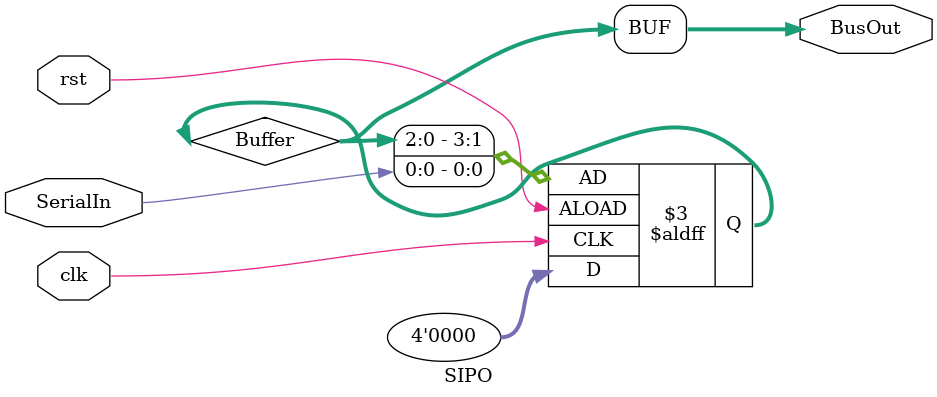
<source format=v>


`timescale 1ns/10ps

module SIPO (
    SerialIn,
    BusOut,
    clk,
    rst
);
// Serial In Parallel Out right shift regestor
// 
// Input:
//     SerialIn(bool): Serial wire input
//     clk(bool): clock
//     rst(bool): reset
//     
// Output:
//     BusOut(bitVec): Parallel(Bus) output data from `SerialWire`

input SerialIn;
output [3:0] BusOut;
wire [3:0] BusOut;
input clk;
input rst;

reg [3:0] Buffer = 0;



always @(posedge clk, negedge rst) begin: SIPO_LOGIC
    if (rst) begin
        Buffer <= 0;
    end
    else begin
        Buffer <= {Buffer[4-1:0], SerialIn};
    end
end



assign BusOut = Buffer;

endmodule

</source>
